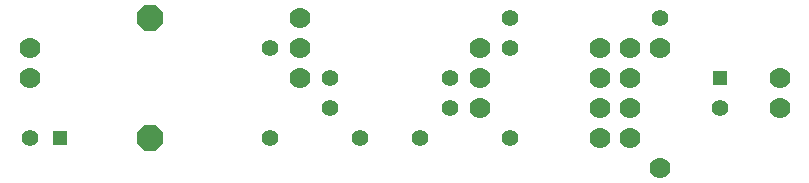
<source format=gtl>
G75*
%MOIN*%
%OFA0B0*%
%FSLAX25Y25*%
%IPPOS*%
%LPD*%
%AMOC8*
5,1,8,0,0,1.08239X$1,22.5*
%
%ADD10C,0.07000*%
%ADD11C,0.05543*%
%ADD12R,0.04756X0.04756*%
%ADD13OC8,0.08600*%
D10*
X0162260Y0043243D03*
X0162260Y0053243D03*
X0162260Y0063243D03*
X0202260Y0063243D03*
X0212260Y0063243D03*
X0222260Y0063243D03*
X0212260Y0053243D03*
X0202260Y0053243D03*
X0202260Y0043243D03*
X0212260Y0043243D03*
X0212260Y0033243D03*
X0202260Y0033243D03*
X0222260Y0023243D03*
X0262260Y0043243D03*
X0262260Y0053243D03*
X0102260Y0053243D03*
X0102260Y0063243D03*
X0102260Y0073243D03*
X0012260Y0063243D03*
X0012260Y0053243D03*
D11*
X0012260Y0033243D03*
X0092260Y0033243D03*
X0122260Y0033243D03*
X0142260Y0033243D03*
X0172260Y0033243D03*
X0152260Y0043243D03*
X0152260Y0053243D03*
X0172260Y0063243D03*
X0172260Y0073243D03*
X0222260Y0073243D03*
X0242260Y0043243D03*
X0112260Y0043243D03*
X0112260Y0053243D03*
X0092260Y0063243D03*
D12*
X0022260Y0033243D03*
X0242260Y0053243D03*
D13*
X0052260Y0073243D03*
X0052260Y0033243D03*
M02*

</source>
